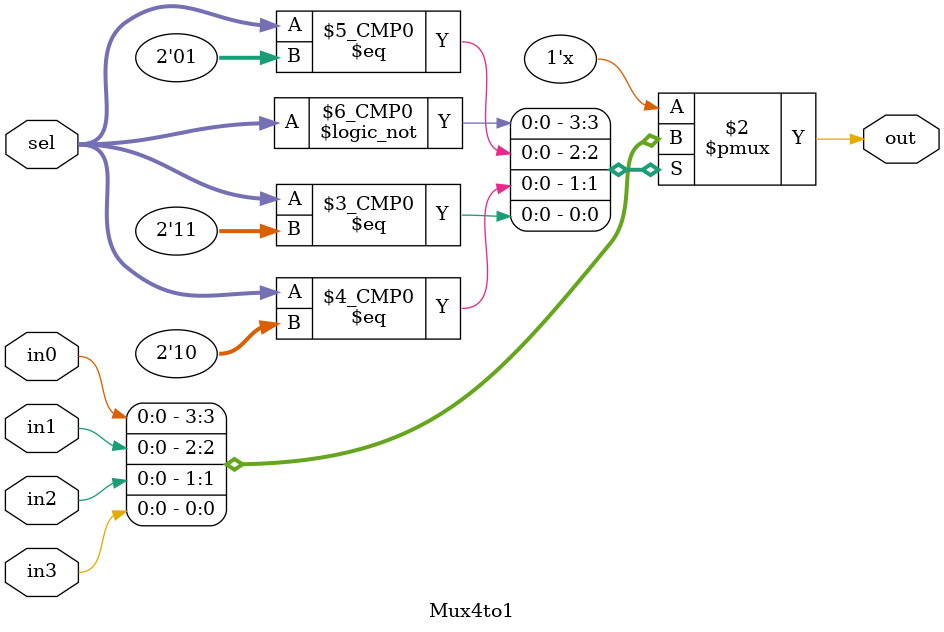
<source format=v>
`timescale 1ns / 1ps


module Mux4to1 (
    input wire in0, in1, in2, in3,
    input wire [1:0] sel,
    output reg out
);
    always @(*) begin
        case (sel)
            2'b00: out = in0; // Hold
            2'b01: out = in1; // Shift Right
            2'b10: out = in2; // Shift Left
            2'b11: out = in3; // Parallel Load
            default: out = in0;
        endcase
    end
endmodule


</source>
